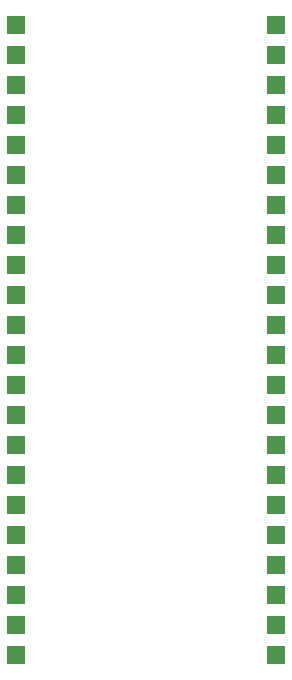
<source format=gbl>
G04*
G04 #@! TF.GenerationSoftware,Altium Limited,Altium Designer,20.2.4 (192)*
G04*
G04 Layer_Physical_Order=2*
G04 Layer_Color=16711680*
%FSLAX44Y44*%
%MOMM*%
G71*
G04*
G04 #@! TF.SameCoordinates,5829A05F-E1E1-40F9-AA7D-9744E717BD19*
G04*
G04*
G04 #@! TF.FilePolarity,Positive*
G04*
G01*
G75*
%ADD17R,1.5240X1.5240*%
D17*
X220000Y-330200D02*
D03*
Y-355600D02*
D03*
Y-304800D02*
D03*
Y-279400D02*
D03*
Y-254000D02*
D03*
Y-228600D02*
D03*
Y-203200D02*
D03*
Y-177800D02*
D03*
Y-152400D02*
D03*
Y-127000D02*
D03*
Y-101600D02*
D03*
Y-76200D02*
D03*
Y-50800D02*
D03*
Y-25400D02*
D03*
Y0D02*
D03*
Y-533400D02*
D03*
Y-508000D02*
D03*
Y-482600D02*
D03*
Y-457200D02*
D03*
Y-431800D02*
D03*
Y-406400D02*
D03*
Y-381000D02*
D03*
X0Y-152400D02*
D03*
Y-127000D02*
D03*
Y-101600D02*
D03*
Y-76200D02*
D03*
Y-50800D02*
D03*
Y-25400D02*
D03*
Y0D02*
D03*
Y-533400D02*
D03*
Y-508000D02*
D03*
Y-482600D02*
D03*
Y-457200D02*
D03*
Y-431800D02*
D03*
Y-406400D02*
D03*
Y-381000D02*
D03*
Y-355600D02*
D03*
Y-330200D02*
D03*
Y-304800D02*
D03*
Y-279400D02*
D03*
Y-254000D02*
D03*
Y-228600D02*
D03*
Y-177800D02*
D03*
Y-203200D02*
D03*
M02*

</source>
